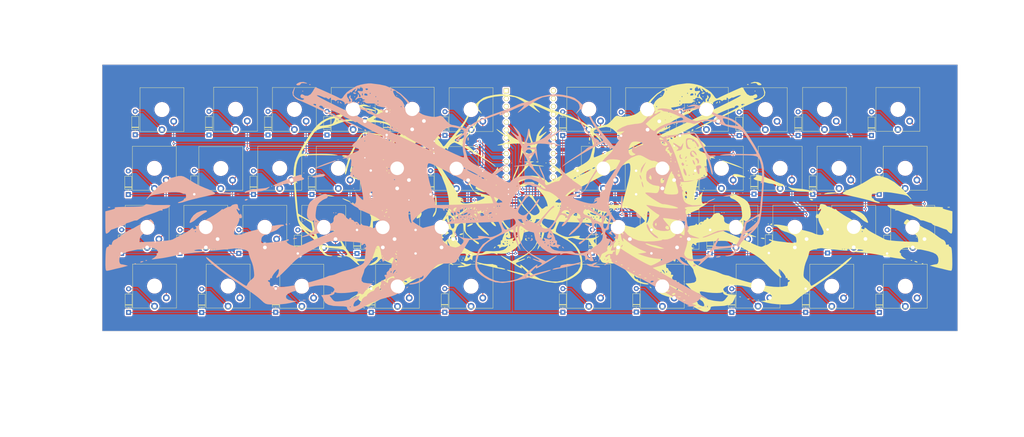
<source format=kicad_pcb>
(kicad_pcb (version 20221018) (generator pcbnew)
  (layers (0 "F.Cu" signal) (31 "B.Cu" signal) (34 "B.Paste" user) (35 "F.Paste" user) (36 "B.SilkS" user "B.Silkscreen") (37 "F.SilkS" user "F.Silkscreen") (38 "B.Mask" user) (39 "F.Mask" user) (44 "Edge.Cuts" user))
  (net 0 "")
  (net 1 "R0")
  (net 2 "Net-(D1-A)")
  (net 3 "R1")
  (net 4 "Net-(D2-A)")
  (net 5 "R2")
  (net 6 "Net-(D3-A)")
  (net 7 "R3")
  (net 8 "Net-(D4-A)")
  (net 9 "C0")
  (net 10 "Net-(D5-A)")
  (net 11 "C1")
  (net 12 "Net-(D6-A)")
  (net 13 "C2")
  (net 14 "Net-(D7-A)")
  (net 15 "C3")
  (net 16 "Net-(D8-A)")
  (net 17 "C4")
  (net 18 "Net-(D9-A)")
  (net 19 "C5")
  (net 20 "Net-(D10-A)")
  (net 21 "C6")
  (net 22 "Net-(D11-A)")
  (net 23 "C7")
  (net 24 "Net-(D12-A)")
  (net 25 "C8")
  (net 26 "Net-(D13-A)")
  (net 27 "C9")
  (net 28 "Net-(D14-A)")
  (net 29 "C10")
  (net 30 "Net-(D15-A)")
  (net 31 "C11")
  (net 32 "Net-(D16-A)")
  (net 33 "Net-(D17-A)")
  (net 34 "Net-(D18-A)")
  (net 35 "Net-(D19-A)")
  (net 36 "Net-(D20-A)")
  (net 37 "Net-(D21-A)")
  (net 38 "Net-(D22-A)")
  (net 39 "Net-(D23-A)")
  (net 40 "Net-(D24-A)")
  (net 41 "Net-(D25-A)")
  (net 42 "Net-(D26-A)")
  (net 43 "Net-(D27-A)")
  (net 44 "Net-(D28-A)")
  (net 45 "Net-(D29-A)")
  (net 46 "Net-(D30-A)")
  (net 47 "Net-(D31-A)")
  (net 48 "Net-(D32-A)")
  (net 49 "Net-(D33-A)")
  (net 50 "Net-(D34-A)")
  (net 51 "Net-(D35-A)")
  (net 52 "Net-(D36-A)")
  (net 53 "Net-(D37-A)")
  (net 54 "Net-(D38-A)")
  (net 55 "Net-(D39-A)")
  (net 56 "Net-(D40-A)")
  (net 57 "Net-(D41-A)")
  (net 58 "Net-(D42-A)")
  (net 59 "Net-(D43-A)")
  (net 60 "Net-(D44-A)")
  (net 69 "Net-(D45-A)")
  (net 70 "Net-(D46-A)")
  (footprint "ProjectLocal:SW_Redragon_LowProfile_PCB_1.00u" (layer "F.Cu") (at 87.5 77.7)
    (fp_text reference "SW16" hide)
    (fp_text value "SW_Push")
  )
  (footprint "ProjectLocal:SW_Redragon_LowProfile_PCB_1.00u" (layer "F.Cu") (at 249.5 77.7)
    (fp_text reference "SW23" hide)
    (fp_text value "SW_Push")
  )
  (footprint "Diode_THT:D_DO-35_SOD27_P7.62mm_Horizontal" (layer "F.Cu") (at 260 67.05 90)
    (fp_text reference "D12" hide)
    (fp_text value "1N914")
  )
  (footprint "ProjectLocal:SW_Redragon_LowProfile_PCB_1.00u" (layer "F.Cu") (at 270.95 115.85)
    (fp_text reference "SW44" hide)
    (fp_text value "SW_Push")
  )
  (footprint "Diode_THT:D_DO-35_SOD27_P7.62mm_Horizontal" (layer "F.Cu") (at 45.65 66.91 90)
    (fp_text reference "D2" hide)
    (fp_text value "1N914")
  )
  (footprint "ProjectLocal:SW_Redragon_LowProfile_PCB_1.00u" (layer "F.Cu") (at 230.45 77.7)
    (fp_text reference "SW22" hide)
    (fp_text value "SW_Push")
  )
  (footprint "Diode_THT:D_DO-35_SOD27_P7.62mm_Horizontal" (layer "F.Cu") (at 241 86.1 90)
    (fp_text reference "D23" hide)
    (fp_text value "1N914")
  )
  (footprint "Diode_THT:D_DO-35_SOD27_P7.62mm_Horizontal" (layer "F.Cu") (at 83.85 66.91 90)
    (fp_text reference "D4" hide)
    (fp_text value "1N914")
  )
  (footprint "Diode_THT:D_DO-35_SOD27_P7.62mm_Horizontal" (layer "F.Cu") (at 217.2 67.1 90)
    (fp_text reference "D10" hide)
    (fp_text value "1N914")
  )
  (footprint "Diode_THT:D_DO-35_SOD27_P7.62mm_Horizontal" (layer "F.Cu") (at 112.5 105.26 90)
    (fp_text reference "D30" hide)
    (fp_text value "1N914")
  )
  (footprint "Diode_THT:D_DO-35_SOD27_P7.62mm_Horizontal" (layer "F.Cu") (at 98 86.05 90)
    (fp_text reference "D17" hide)
    (fp_text value "1N914")
  )
  (footprint "ProjectLocal:SW_Redragon_LowProfile_PCB_1.00u" (layer "F.Cu") (at 225.65 58.7)
    (fp_text reference "SW10" hide)
    (fp_text value "SW_Push")
  )
  (footprint "Diode_THT:D_DO-35_SOD27_P7.62mm_Horizontal" (layer "F.Cu") (at 245.8 105.11 90)
    (fp_text reference "D35" hide)
    (fp_text value "1N914")
  )
  (footprint "Diode_THT:D_DO-35_SOD27_P7.62mm_Horizontal" (layer "F.Cu") (at 265.05 105.26 90)
    (fp_text reference "D36" hide)
    (fp_text value "1N914")
  )
  (footprint "Diode_THT:D_DO-35_SOD27_P7.62mm_Horizontal" (layer "F.Cu") (at 93.55 105.26 90)
    (fp_text reference "D29" hide)
    (fp_text value "1N914")
  )
  (footprint "ProjectLocal:SW_Redragon_LowProfile_PCB_1.00u" (layer "F.Cu") (at 235.2 96.8)
    (fp_text reference "SW34" hide)
    (fp_text value "SW_Push")
  )
  (footprint "Diode_THT:D_DO-35_SOD27_P7.62mm_Horizontal" (layer "F.Cu") (at 55.3 105.21 90)
    (fp_text reference "D27" hide)
    (fp_text value "1N914")
  )
  (footprint "ProjectLocal:SW_Redragon_LowProfile_PCB_1.00u" (layer "F.Cu") (at 111.4 58.6)
    (fp_text reference "SW5" hide)
    (fp_text value "SW_Push")
  )
  (footprint "ProjectLocal:SW_Redragon_LowProfile_PCB_1.00u" (layer "F.Cu") (at 25.65 96.8)
    (fp_text reference "SW25" hide)
    (fp_text value "SW_Push")
  )
  (footprint "ProjectLocal:SW_Redragon_LowProfile_PCB_1.00u" (layer "F.Cu") (at 28.05 115.8)
    (fp_text reference "SW37" hide)
    (fp_text value "SW_Push")
  )
  (footprint "Diode_THT:D_DO-35_SOD27_P7.62mm_Horizontal" (layer "F.Cu") (at 74.4 105.26 90)
    (fp_text reference "D28" hide)
    (fp_text value "1N914")
  )
  (footprint "ProjectLocal:SW_Redragon_LowProfile_PCB_1.00u" (layer "F.Cu") (at 106.65 115.85)
    (fp_text reference "SW40" hide)
    (fp_text value "SW_Push")
  )
  (footprint "Diode_THT:D_DO-35_SOD27_P7.62mm_Horizontal" (layer "F.Cu") (at 117.35 86.11 90)
    (fp_text reference "D18" hide)
    (fp_text value "1N914")
  )
  (footprint "ProjectLocal:SW_Redragon_LowProfile_PCB_1.00u" (layer "F.Cu") (at 173.25 77.7)
    (fp_text reference "SW19" hide)
    (fp_text value "SW_Push")
  )
  (footprint "ProjectLocal:SW_Redragon_LowProfile_PCB_1.00u" (layer "F.Cu") (at 211.45 77.7)
    (fp_text reference "SW21" hide)
    (fp_text value "SW_Push")
  )
  (footprint "ProjectLocal:SW_Redragon_LowProfile_PCB_1.00u" (layer "F.Cu") (at 106.55 77.7)
    (fp_text reference "SW17" hide)
    (fp_text value "SW_Push")
  )
  (footprint "Diode_THT:D_DO-35_SOD27_P7.62mm_Horizontal" (layer "F.Cu") (at 19.55 86.2 90)
    (fp_text reference "D13" hide)
    (fp_text value "1N914")
  )
  (footprint "Diode_THT:D_DO-35_SOD27_P7.62mm_Horizontal" (layer "F.Cu") (at 36.3 105.26 90)
    (fp_text reference "D26" hide)
    (fp_text value "1N914")
  )
  (footprint "Diode_THT:D_DO-35_SOD27_P7.62mm_Horizontal" (layer "F.Cu") (at 43.3 124.36 90)
    (fp_text reference "D38" hide)
    (fp_text value "1N914")
  )
  (footprint "ProjectLocal:SW_Redragon_LowProfile_PCB_1.00u" (layer "F.Cu") (at 63.75 96.8)
    (fp_text reference "SW27" hide)
    (fp_text value "SW_Push")
  )
  (footprint "ProjectLocal:SW_Redragon_LowProfile_PCB_1.00u" (layer "F.Cu") (at 120.9 96.8)
    (fp_text reference "SW30" hide)
    (fp_text value "SW_Push")
  )
  (footprint "Diode_THT:D_DO-35_SOD27_P7.62mm_Horizontal" (layer "F.Cu") (at 164.9 86.11 90)
    (fp_text reference "D19" hide)
    (fp_text value "1N914")
  )
  (footprint "ProjectLocal:SW_Redragon_LowProfile_PCB_1.00u" (layer "F.Cu") (at 247.15 115.85)
    (fp_text reference "SW43" hide)
    (fp_text value "SW_Push")
  )
  (footprint "ProjectLocal:SW_Redragon_LowProfile_PCB_1.00u" (layer "F.Cu") (at 49.5 77.75)
    (fp_text reference "SW14" hide)
    (fp_text value "SW_Push")
  )
  (footprint "Diode_THT:D_DO-35_SOD27_P7.62mm_Horizontal" (layer "F.Cu") (at 207.8 105.26 90)
    (fp_text reference "D33" hide)
    (fp_text value "1N914")
  )
  (footprint "ProjectLocal:SW_Redragon_LowProfile_PCB_1.00u" (layer "F.Cu") (at 28 77.7)
    (fp_text reference "SW13" hide)
    (fp_text value "SW_Push")
  )
  (footprint "ProjectLocal:SW_Redragon_LowProfile_PCB_1.00u" (layer "F.Cu") (at 216.15 96.8)
    (fp_text reference "SW33" hide)
    (fp_text value "SW_Push")
  )
  (footprint "Diode_THT:D_DO-35_SOD27_P7.62mm_Horizontal" (layer "F.Cu") (at 202.95 86.11 90)
    (fp_text reference "D21" hide)
    (fp_text value "1N914")
  )
  (footprint "Diode_THT:D_DO-35_SOD27_P7.62mm_Horizontal" (layer "F.Cu") (at 67.25 124.26 90)
    (fp_text reference "D39" hide)
    (fp_text value "1N914")
  )
  (footprint "Diode_THT:D_DO-35_SOD27_P7.62mm_Horizontal" (layer "F.Cu") (at 214.8 124.3 90)
    (fp_text reference "D42" hide)
    (fp_text value "1N914")
  )
  (footprint "Diode_THT:D_DO-35_SOD27_P7.62mm_Horizontal" (layer "F.Cu") (at 262.55 124.32 90)
    (fp_text reference "D44" hide)
    (fp_text value "1N914")
  )
  (footprint "Diode_THT:D_DO-35_SOD27_P7.62mm_Horizontal" (layer "F.Cu") (at 60.05 86.16 90)
    (fp_text reference "D15" hide)
    (fp_text value "1N914")
  )
  (footprint "Diode_THT:D_DO-35_SOD27_P7.62mm_Horizontal" (layer "F.Cu") (at 236.25 67.05 90)
    (fp_text reference "D11" hide)
    (fp_text value "1N914")
  )
  (footprint "Diode_THT:D_DO-35_SOD27_P7.62mm_Horizontal" (layer "F.Cu") (at 19.65 124.31 90)
    (fp_text reference "D37" hide)
    (fp_text value "1N914")
  )
  (footprint "Diode_THT:D_DO-35_SOD27_P7.62mm_Horizontal" (layer "F.Cu") (at 103.15 66.91 90)
    (fp_text reference "D5" hide)
    (fp_text value "1N914")
  )
  (footprint "ProjectLocal:SW_Redragon_LowProfile_PCB_1.00u" (layer "F.Cu") (at 101.9 96.8)
    (fp_text reference "SW29" hide)
    (fp_text value "SW_Push")
  )
  (footprint "Diode_THT:D_DO-35_SOD27_P7.62mm_Horizontal" (layer "F.Cu") (at 64.75 66.91 90)
    (fp_text reference "D3" hide)
    (fp_text value "1N914")
  )
  (footprint "ProjectLocal:SW_Redragon_LowProfile_PCB_1.00u" (layer "F.Cu") (at 73.3 58.65)
    (fp_text reference "SW3" hide)
    (fp_text value "SW_Push")
  )
  (footprint "ProjectLocal:SW_Redragon_LowProfile_PCB_1.00u" (layer "F.Cu") (at 92.3 58.65)
    (fp_text reference "SW4" hide)
    (fp_text value "SW_Push")
  )
  (footprint "Diode_THT:D_DO-35_SOD27_P7.62mm_Horizontal" (layer "F.Cu") (at 122 67.01 90)
    (fp_text reference "D6" hide)
    (fp_text value "1N914")
  )
  (footprint "Diode_THT:D_DO-35_SOD27_P7.62mm_Horizontal" (layer "F.Cu") (at 40.9 86.1 90)
    (fp_text reference "D14" hide)
    (fp_text value "1N914")
  )
  (footprint "Diode_THT:D_DO-35_SOD27_P7.62mm_Horizontal" (layer "F.Cu") (at 169.65 105.15 90)
    (fp_text reference "D31" hide)
    (fp_text value "1N914")
  )
  (footprint "ProjectLocal:SW_Redragon_LowProfile_PCB_1.00u" (layer "F.Cu") (at 68.55 77.7)
    (fp_text reference "SW15" hide)
    (fp_text value "SW_Push")
  )
  (footprint "ProjectLocal:SW_Redragon_LowProfile_PCB_1.00u" (layer "F.Cu") (at 130.45 58.7)
    (fp_text reference "SW6" hide)
    (fp_text value "SW_Push")
  )
  (footprint "Diode_THT:D_DO-35_SOD27_P7.62mm_Horizontal" (layer "F.Cu") (at 160.1 67.06 90)
    (fp_text reference "D7" hide)
    (fp_text value "1N914")
  )
  (footprint "Diode_THT:D_DO-35_SOD27_P7.62mm_Horizontal" (layer "F.Cu") (at 183.9 124.21 90)
    (fp_text reference "D41" hide)
    (fp_text value "1N914")
  )
  (footprint "ProjectLocal:SW_Redragon_LowProfile_PCB_1.00u" (layer "F.Cu") (at 125.7 77.75)
    (fp_text reference "SW18" hide)
    (fp_text value "SW_Push")
  )
  (footprint "Diode_THT:D_DO-35_SOD27_P7.62mm_Horizontal" (layer "F.Cu") (at 226.8 105.11 90)
    (fp_text reference "D34" hide)
    (fp_text value "1N914")
  )
  (footprint "ProjectLocal:SW_Redragon_LowProfile_PCB_1.00u" (layer "F.Cu") (at 223.3 115.8)
    (fp_text reference "SW42" hide)
    (fp_text value "SW_Push")
  )
  (footprint "Diode_THT:D_DO-35_SOD27_P7.62mm_Horizontal" (layer "F.Cu") (at 188.8 105.21 90)
    (fp_text reference "D32" hide)
    (fp_text value "1N914")
  )
  (footprint "ProjectLocal:SW_Redragon_LowProfile_PCB_1.00u" (layer "F.Cu") (at 51.85 115.8)
    (fp_text reference "SW38" hide)
    (fp_text value "SW_Push")
  )
  (footprint "Diode_THT:D_DO-35_SOD27_P7.62mm_Horizontal" (layer "F.Cu") (at 183.85 86.11 90)
    (fp_text reference "D20" hide)
    (fp_text value "1N914")
  )
  (footprint "ProjectLocal:SW_Redragon_LowProfile_PCB_1.00u" (layer "F.Cu") (at 273.35 96.8)
    (fp_text reference "SW36" hide)
    (fp_text value "SW_Push")
  )
  (footprint "ProjectLocal:SW_Redragon_LowProfile_PCB_1.00u" (layer "F.Cu") (at 268.55 58.65)
    (fp_text reference "SW12" hide)
    (fp_text value "SW_Push")
  )
  (footprint "ProjectLocal:SW_Redragon_LowProfile_PCB_1.00u" (layer "F.Cu") (at 54.25 58.6)
    (fp_text reference "SW2" hide)
    (fp_text value "SW_Push")
  )
  (footprint "promicro:ProMicro" (layer "F.Cu") (at 149.45 66.57 -90)
    (fp_text reference "U1" hide)
    (fp_text value "ProMicro_custom")
  )
  (footprint "ProjectLocal:SW_Redragon_LowProfile_PCB_1.00u" (layer "F.Cu") (at 130.45 115.85)
    (fp_text reference "SW45" hide)
    (fp_text value "SW_Push")
  )
  (footprint "ProjectLocal:SW_Redragon_LowProfile_PCB_1.00u" (layer "F.Cu") (at 206.6 58.65)
    (fp_text reference "SW9" hide)
    (fp_text value "SW_Push")
  )
  (footprint "Diode_THT:D_DO-35_SOD27_P7.62mm_Horizontal" (layer "F.Cu") (at 198 67.16 90)
    (fp_text reference "D9" hide)
    (fp_text value "1N914")
  )
  (footprint "ProjectLocal:SW_Redragon_LowProfile_PCB_1.00u" (layer "F.Cu") (at 44.65 96.8)
    (fp_text reference "SW26" hide)
    (fp_text value "SW_Push")
  )
  (footprint "Diode_THT:D_DO-35_SOD27_P7.62mm_Horizontal" (layer "F.Cu") (at 222 86.05 90)
    (fp_text reference "D22" hide)
    (fp_text value "1N914")
  )
  (footprint "Diode_THT:D_DO-35_SOD27_P7.62mm_Horizontal" (layer "F.Cu") (at 21.8 66.86 90)
    (fp_text reference "D1" hide)
    (fp_text value "1N914")
  )
  (footprint "ProjectLocal:SW_Redragon_LowProfile_PCB_1.00u" (layer "F.Cu") (at 197.1 96.8)
    (fp_text reference "SW32" hide)
    (fp_text value "SW_Push")
  )
  (footprint "Diode_THT:D_DO-35_SOD27_P7.62mm_Horizontal" (layer "F.Cu") (at 17.4 105.21 90)
    (fp_text reference "D25" hide)
    (fp_text value "1N914")
  )
  (footprint "ProjectLocal:SW_Redragon_LowProfile_PCB_1.00u" (layer "F.Cu") (at 254.25 96.75)
    (fp_text reference "SW35" hide)
    (fp_text value "SW_Push")
  )
  (footprint "ProjectLocal:SW_Redragon_LowProfile_PCB_1.00u" (layer "F.Cu") (at 192.35 77.7)
    (fp_text reference "SW20" hide)
    (fp_text value "SW_Push")
  )
  (footprint "ProjectLocal:SW_Redragon_LowProfile_PCB_1.00u" (layer "F.Cu") (at 168.55 115.85)
    (fp_text reference "SW46" hide)
    (fp_text value "SW_Push")
  )
  (footprint "Diode_THT:D_DO-35_SOD27_P7.62mm_Horizontal" (layer "F.Cu") (at 98.15 124.31 90)
    (fp_text reference "D40" hide)
    (fp_text value "1N914")
  )
  (footprint "ProjectLocal:SW_Redragon_LowProfile_PCB_1.00u" (layer "F.Cu") (at 75.7 115.85)
    (fp_text reference "SW39" hide)
    (fp_text value "SW_Push")
  )
  (footprint "Diode_THT:D_DO-35_SOD27_P7.62mm_Horizontal" (layer "F.Cu") (at 78.95 86.16 90)
    (fp_text reference "D16" hide)
    (fp_text value "1N914")
  )
  (footprint "Diode_THT:D_DO-35_SOD27_P7.62mm_Horizontal" (layer "F.Cu") (at 238.7 124.27 90)
    (fp_text reference "D43" hide)
    (fp_text value "1N914")
  )
  (footprint "ProjectLocal:SW_Redragon_LowProfile_PCB_1.00u" (layer "F.Cu") (at 30.45 58.7)
    (fp_text reference "SW1" hide)
    (fp_text value "SW_Push")
  )
  (footprint "ProjectLocal:SW_Redragon_LowProfile_PCB_1.00u" (layer "F.Cu") (at 270.9 77.7)
    (fp_text reference "SW24" hide)
    (fp_text value "SW_Push")
  )
  (footprint "Diode_THT:D_DO-35_SOD27_P7.62mm_Horizontal" (layer "F.Cu") (at 262.5 86.1 90)
    (fp_text reference "D24" hide)
    (fp_text value "1N914")
  )
  (footprint "Diode_THT:D_DO-35_SOD27_P7.62mm_Horizontal" (layer "F.Cu") (at 160.15 124.25 90)
    (fp_text reference "D46" hide)
    (fp_text value "1N914")
  )
  (footprint "LOGO" (layer "F.Cu") (at 178.85 83.3 90)
    (fp_text reference "G***" hide)
    (fp_text value "LOGO" hide)
  )
  (footprint "ProjectLocal:SW_Redragon_LowProfile_PCB_1.00u" (layer "F.Cu") (at 187.55 58.7)
    (fp_text reference "SW8" hide)
    (fp_text value "SW_Push")
  )
  (footprint "ProjectLocal:SW_Redragon_LowProfile_PCB_1.00u" (layer "F.Cu") (at 192.35 115.85)
    (fp_text reference "SW41" hide)
    (fp_text value "SW_Push")
  )
  (footprint "ProjectLocal:SW_Redragon_LowProfile_PCB_1.00u" (layer "F.Cu") (at 168.55 58.6)
    (fp_text reference "SW7" hide)
    (fp_text value "SW_Push")
  )
  (footprint "Diode_THT:D_DO-35_SOD27_P7.62mm_Horizontal" (layer "F.Cu") (at 121.95 124.25 90)
    (fp_text reference "D45" hide)
    (fp_text value "1N914")
  )
  (footprint "ProjectLocal:SW_Redragon_LowProfile_PCB_1.00u" (layer "F.Cu") (at 244.8 58.65)
    (fp_text reference "SW11" hide)
    (fp_text value "SW_Push")
  )
  (footprint "ProjectLocal:SW_Redragon_LowProfile_PCB_1.00u" (layer "F.Cu") (at 178.05 96.8)
    (fp_text reference "SW31" hide)
    (fp_text value "SW_Push")
  )
  (footprint "ProjectLocal:SW_Redragon_LowProfile_PCB_1.00u" (layer "F.Cu") (at 82.8 96.8)
    (fp_text reference "SW28" hide)
    (fp_text value "SW_Push")
  )
  (footprint "Diode_THT:D_DO-35_SOD27_P7.62mm_Horizontal" (layer "F.Cu") (at 179 67.16 90)
    (fp_text reference "D8" hide)
    (fp_text value "1N914")
  )
  (footprint "LOGO" (layer "B.Cu") (at 119.454691 83.326624 90)
    (fp_text reference "G***" hide)
    (fp_text value "LOGO" hide)
  )
  (gr_rect (start 11.15 44.15) (end 287.85 130.35) (stroke (width 0.1)) (fill none) (layer "Edge.Cuts"))
  (segment (start 142.55 84.45) (end 147.15 84.45) (width 0.25) (layer "F.Cu") (net 1))
  (via (at 142.55 84.45) (size 0.8) (drill 0.4) (layers "F.Cu" "B.Cu") (net 1))
  (via (at 147.15 84.45) (size 0.8) (drill 0.4) (layers "F.Cu" "B.Cu") (net 1))
  (segment (start 236.25 67.05) (end 260 67.05) (width 0.25) (layer "B.Cu") (net 1))
  (segment (start 198 67.16) (end 217.14 67.16) (width 0.25) (layer "B.Cu") (net 1))
  (segment (start 83.85 66.91) (end 103.15 66.91) (width 0.25) (layer "B.Cu") (net 1))
  (segment (start 21.8 66.86) (end 45.6 66.86) (width 0.25) (layer "B.Cu") (net 1))
  (segment (start 125.11 67.01) (end 142.55 84.45) (width 0.25) (layer "B.Cu") (net 1))
  (segment (start 179 67.16) (end 198 67.16) (width 0.25) (layer "B.Cu") (net 1))
  (segment (start 103.15 66.91) (end 121.9 66.91) (width 0.25) (layer "B.Cu") (net 1))
  (segment (start 121.9 66.91) (end 122 67.01) (width 0.25) (layer "B.Cu") (net 1))
  (segment (start 122 67.01) (end 125.11 67.01) (width 0.25) (layer "B.Cu") (net 1))
  (segment (start 178.9 67.06) (end 179 67.16) (width 0.25) (layer "B.Cu") (net 1))
  (segment (start 45.6 66.86) (end 45.65 66.91) (width 0.25) (layer "B.Cu") (net 1))
  (segment (start 236.2 67.1) (end 236.25 67.05) (width 0.25) (layer "B.Cu") (net 1))
  (segment (start 217.2 67.1) (end 236.2 67.1) (width 0.25) (layer "B.Cu") (net 1))
  (segment (start 64.75 66.91) (end 83.85 66.91) (width 0.25) (layer "B.Cu") (net 1))
  (segment (start 156.6 84.45) (end 160.1 80.95) (width 0.25) (layer "B.Cu") (net 1))
  (segment (start 217.14 67.16) (end 217.2 67.1) (width 0.25) (layer "B.Cu") (net 1))
  (segment (start 45.65 66.91) (end 64.75 66.91) (width 0.25) (layer "B.Cu") (net 1))
  (segment (start 147.15 84.45) (end 156.6 84.45) (width 0.25) (layer "B.Cu") (net 1))
  (segment (start 160.1 80.95) (end 160.1 67.06) (width 0.25) (layer "B.Cu") (net 1))
  (segment (start 141.83 62.76) (end 147.15 68.08) (width 0.25) (layer "B.Cu") (net 1))
  (segment (start 160.1 67.06) (end 178.9 67.06) (width 0.25) (layer "B.Cu") (net 1))
  (segment (start 147.15 68.08) (end 147.15 84.45) (width 0.25) (layer "B.Cu") (net 1))
  (segment (start 21.8 59.24) (end 24.49 59.24) (width 0.25) (layer "B.Cu") (net 2))
  (segment (start 24.49 59.24) (end 30.45 65.2) (width 0.25) (layer "B.Cu") (net 2))
  (segment (start 142.55 86.1) (end 145.85 86.1) (width 0.25) (layer "F.Cu") (net 3))
  (via (at 145.85 86.1) (size 0.8) (drill 0.4) (layers "F.Cu" "B.Cu") (net 3))
  (via (at 142.55 86.1) (size 0.8) (drill 0.4) (layers "F.Cu" "B.Cu") (net 3))
  (segment (start 40.8 86.2) (end 40.9 86.1) (width 0.25) (layer "B.Cu") (net 3))
  (segment (start 145.85 86.1) (end 145.86 86.11) (width 0.25) (layer "B.Cu") (net 3))
  (segment (start 97.89 86.16) (end 98 86.05) (width 0.25) (layer "B.Cu") (net 3))
  (segment (start 145.85 69.32) (end 145.85 86.1) (width 0.25) (layer "B.Cu") (net 3))
  (segment (start 202.95 86.11) (end 221.94 86.11) (width 0.25) (layer "B.Cu") (net 3))
  (segment (start 164.9 86.11) (end 183.85 86.11) (width 0.25) (layer "B.Cu") (net 3))
  (segment (start 222 86.05) (end 240.95 86.05) (width 0.25) (layer "B.Cu") (net 3))
  (segment (start 221.94 86.11) (end 222 86.05) (width 0.25) (layer "B.Cu") (net 3))
  (segment (start 78.95 86.16) (end 97.89 86.16) (width 0.25) (layer "B.Cu") (net 3))
  (segment (start 183.85 86.11) (end 202.95 86.11) (width 0.25) (layer "B.Cu") (net 3))
  (segment (start 40.9 86.1) (end 59.99 86.1) (width 0.25) (layer "B.Cu") (net 3))
  (segment (start 145.86 86.11) (end 164.9 86.11) (width 0.25) (layer "B.Cu") (net 3))
  (segment (start 141.83 65.3) (end 145.85 69.32) (width 0.25) (layer "B.Cu") (net 3))
  (segment (start 241 86.1) (end 262.5 86.1) (width 0.25) (layer "B.Cu") (net 3))
  (segment (start 117.35 86.11) (end 142.54 86.11) (width 0.25) (layer "B.Cu") (net 3))
  (segment (start 98 86.05) (end 117.29 86.05) (width 0.25) (layer "B.Cu") (net 3))
  (segment (start 240.95 86.05) (end 241 86.1) (width 0.25) (layer "B.Cu") (net 3))
  (segment (start 19.55 86.2) (end 40.8 86.2) (width 0.25) (layer "B.Cu") (net 3))
  (segment (start 142.54 86.11) (end 142.55 86.1) (width 0.25) (layer "B.Cu") (net 3))
  (segment (start 117.29 86.05) (end 117.35 86.11) (width 0.25) (layer "B.Cu") (net 3))
  (segment (start 60.05 86.16) (end 78.95 86.16) (width 0.25) (layer "B.Cu") (net 3))
  (segment (start 59.99 86.1) (end 60.05 86.16) (width 0.25) (layer "B.Cu") (net 3))
  (segment (start 48.44 59.29) (end 54.25 65.1) (width 0.25) (layer "B.Cu") (net 4))
  (segment (start 45.65 59.29) (end 48.44 59.29) (width 0.25) (layer "B.Cu") (net 4))
  (segment (start 142.65 105.25) (end 144.8 105.25) (width 0.25) (layer "F.Cu") (net 5))
  (via (at 144.8 105.25) (size 0.8) (drill 0.4) (layers "F.Cu" "B.Cu") (net 5))
  (via (at 142.65 105.25) (size 0.8) (drill 0.4) (layers "F.Cu" "B.Cu") (net 5))
  (segment (start 188.74 105.15) (end 188.8 105.21) (width 0.25) (layer "B.Cu") (net 5))
  (segment (start 144.9 105.15) (end 169.65 105.15) (width 0.25) (layer "B.Cu") (net 5))
  (segment (start 226.8 105.11) (end 245.8 105.11) (width 0.25) (layer "B.Cu") (net 5))
  (segment (start 142.64 105.26) (end 142.65 105.25) (width 0.25) (layer "B.Cu") (net 5))
  (segment (start 36.25 105.21) (end 36.3 105.26) (width 0.25) (layer "B.Cu") (net 5))
  (segment (start 74.35 105.21) (end 74.4 105.26) (width 0.25) (layer "B.Cu") (net 5))
  (segment (start 144.8 70.81) (end 144.8 105.25) (width 0.25) (layer "B.Cu") (net 5))
  (segment (start 112.5 105.26) (end 142.64 105.26) (width 0.25) (layer "B.Cu") (net 5))
  (segment (start 226.65 105.26) (end 226.8 105.11) (width 0.25) (layer "B.Cu") (net 5))
  (segment (start 188.8 105.21) (end 207.75 105.21) (width 0.25) (layer "B.Cu") (net 5))
  (segment (start 93.55 105.26) (end 112.5 105.26) (width 0.25) (layer "B.Cu") (net 5))
  (segment (start 36.3 105.26) (end 55.25 105.26) (width 0.25) (layer "B.Cu") (net 5))
  (segment (start 207.8 105.26) (end 226.65 105.26) (width 0.25) (layer "B.Cu") (net 5))
  (segment (start 207.75 105.21) (end 207.8 105.26) (width 0.25) (layer "B.Cu") (net 5))
  (segment (start 264.9 105.11) (end 265.05 105.26) (width 0.25) (layer "B.Cu") (net 5))
  (segment (start 55.25 105.26) (end 55.3 105.21) (width 0.25) (layer "B.Cu") (net 5))
  (segment (start 245.8 105.11) (end 264.9 105.11) (width 0.25) (layer "B.Cu") (net 5))
  (segment (start 169.65 105.15) (end 188.74 105.15) (width 0.25) (layer "B.Cu") (net 5))
  (segment (start 17.4 105.21) (end 36.25 105.21) (width 0.25) (layer "B.Cu") (net 5))
  (segment (start 144.8 105.25) (end 144.9 105.15) (width 0.25) (layer "B.Cu") (net 5))
  (segment (start 74.4 105.26) (end 93.55 105.26) (width 0.25) (layer "B.Cu") (net 5))
  (segment (start 141.83 67.84) (end 144.8 70.81) (width 0.25) (layer "B.Cu") (net 5))
  (segment (start 55.3 105.21) (end 74.35 105.21) (width 0.25) (layer "B.Cu") (net 5))
  (segment (start 67.44 59.29) (end 73.3 65.15) (width 0.25) (layer "B.Cu") (net 6))
  (segment (start 64.75 59.29) (end 67.44 59.29) (width 0.25) (layer "B.Cu") (net 6))
  (segment (start 67.25 124.26) (end 98.1 124.26) (width 0.25) (layer "B.Cu") (net 7))
  (segment (start 214.8 124.3) (end 238.67 124.3) (width 0.25) (layer "B.Cu") (net 7))
  (segment (start 98.15 124.31) (end 121.89 124.31) (width 0.25) (layer "B.Cu") (net 7))
  (segment (start 238.67 124.3) (end 238.7 124.27) (width 0.25) (layer "B.Cu") (net 7))
  (segment (start 19.65 124.31) (end 43.25 124.31) (width 0.25) (layer "B.Cu") (net 7))
  (segment (start 143.85 124.25) (end 160.15 124.25) (width 0.25) (layer "B.Cu") (net 7))
  (segment (start 143.85 72.4) (end 143.85 124.25) (width 0.25) (layer "B.Cu") (net 7))
  (segment (start 67.15 124.36) (end 67.25 124.26) (width 0.25) (layer "B.Cu") (net 7))
  (segment (start 43.25 124.31) (end 43.3 124.36) (width 0.25) (layer "B.Cu") (net 7))
  (segment (start 183.9 124.21) (end 214.71 124.21) (width 0.25) (layer "B.Cu") (net 7))
  (segment (start 214.71 124.21) (end 214.8 124.3) (width 0.25) (layer "B.Cu") (net 7))
  (segment (start 262.5 124.27) (end 262.55 124.32) (width 0.25) (layer "B.Cu") (net 7))
  (segment (start 98.1 124.26) (end 98.15 124.31) (width 0.25) (layer "B.Cu") (net 7))
  (segment (start 121.89 124.31) (end 121.95 124.25) (width 0.25) (layer "B.Cu") (net 7))
  (segment (start 43.3 124.36) (end 67.15 124.36) (width 0.25) (layer "B.Cu") (net 7))
  (segment (start 238.7 124.27) (end 262.5 124.27) (width 0.25) (layer "B.Cu") (net 7))
  (segment (start 160.15 124.25) (end 183.86 124.25) (width 0.25) (layer "B.Cu") (net 7))
  (segment (start 121.95 124.25) (end 143.85 124.25) (width 0.25) (layer "B.Cu") (net 7))
  (segment (start 183.86 124.25) (end 183.9 124.21) (width 0.25) (layer "B.Cu") (net 7))
  (segment (start 141.83 70.38) (end 143.85 72.4) (width 0.25) (layer "B.Cu") (net 7))
  (segment (start 83.85 59.29) (end 86.44 59.29) (width 0.25) (layer "B.Cu") (net 8))
  (segment (start 86.44 59.29) (end 92.3 65.15) (width 0.25) (layer "B.Cu") (net 8))
  (segment (start 31.85 103) (end 31.85 119.6) (width 0.25) (layer "F.Cu") (net 9))
  (segment (start 29.45 100.6) (end 31.85 103) (width 0.25) (layer "F.Cu") (net 9))
  (segment (start 34.25 79.05) (end 31.8 81.5) (width 0.25) (layer "F.Cu") (net 9))
  (segment (start 133.15 68.9) (end 118.55 68.9) (width 0.25) (layer "F.Cu") (net 9))
  (segment (start 34.25 69.7) (end 34.25 79.05) (width 0.25) (layer "F.Cu") (net 9))
  (segment (start 31.8 81.5) (end 31.8 98.25) (width 0.25) (layer "F.Cu") (net 9))
  (segment (start 34.25 62.5) (end 34.25 69.7) (width 0.25) (layer "F.Cu") (net 9))
  (segment (start 31.8 98.25) (end 29.45 100.6) (width 0.25) (layer "F.Cu") (net 9))
  (via (at 133.15 68.9) (size 0.8) (drill 0.4) (layers "F.Cu" "B.Cu") (net 9))
  (via (at 34.25 69.7) (size 0.8) (drill 0.4) (layers "F.Cu" "B.Cu") (net 9))
  (via (at 118.55 68.9) (size 0.8) (drill 0.4) (layers "F.Cu" "B.Cu") (net 9))
  (segment (start 117.75 69.7) (end 34.25 69.7) (width 0.25) (layer "B.Cu") (net 9))
  (segment (start 141.83 72.92) (end 137.17 72.92) (width 0.25) (layer "B.Cu") (net 9))
  (segment (start 137.17 72.92) (end 133.15 68.9) (width 0.25) (layer "B.Cu") (net 9))
  (segment (start 118.55 68.9) (end 117.75 69.7) (width 0.25) (layer "B.Cu") (net 9))
  (segment (start 105.59 59.29) (end 111.4 65.1) (width 0.25) (layer "B.Cu") (net 10))
  (segment (start 103.15 59.29) (end 105.59 59.29) (width 0.25) (layer "B.Cu") (net 10))
  (segment (start 118.25 71.074695) (end 118.25 71.3) (width 0.25) (layer "F.Cu") (net 11))
  (segment (start 53.3 95.75) (end 53.3 81.55) (width 0.25) (layer "F.Cu") (net 11))
  (segment (start 58.05 76.8) (end 58.05 71.3) (width 0.25) (layer "F.Cu") (net 11))
  (segment (start 58.05 71.3) (end 58.05 62.4) (width 0.25) (layer "F.Cu") (net 11))
  (segment (start 53.3 81.55) (end 58.05 76.8) (width 0.25) (layer "F.Cu") (net 11))
  (segment (start 132.1 70.35) (end 118.974695 70.35) (width 0.25) (layer "F.Cu") (net 11))
  (segment (start 55.65 119.6) (end 55.65 107.8) (width 0.25) (layer "F.Cu") (net 11))
  (segment (start 48.45 100.6) (end 53.3 95.75) (width 0.25) (layer "F.Cu") (net 11))
  (segment (start 118.974695 70.35) (end 118.25 71.074695) (width 0.25) (layer "F.Cu") (net 11))
  (segment (start 55.65 107.8) (end 48.45 100.6) (width 0.25) (layer "F.Cu") (net 11))
  (via (at 132.1 70.35) (size 0.8) (drill 0.4) (layers "F.Cu" "B.Cu") (net 11))
  (via (at 118.25 71.3) (size 0.8) (drill 0.4) (layers "F.Cu" "B.Cu") (net 11))
  (via (at 58.05 71.3) (size 0.8) (drill 0.4) (layers "F.Cu" "B.Cu") (net 11))
  (segment (start 137.21 75.46) (end 132.1 70.35) (width 0.25) (layer "B.Cu") (net 11))
  (segment (start 141.83 75.46) (end 137.21 75.46) (width 0.25) (layer "B.Cu") (net 11))
  (segment (start 118.25 71.3) (end 58.05 71.3) (width 0.25) (layer "B.Cu") (net 11))
  (segment (start 124.64 59.39) (end 130.45 65.2) (width 0.25) (layer "B.Cu") (net 12))
  (segment (start 122 59.39) (end 124.64 59.39) (width 0.25) (layer "B.Cu") (net 12))
  (segment (start 77.1 76.75) (end 72.35 81.5) (width 0.25) (layer "F.Cu") (net 13))
  (segment (start 77 109.25) (end 79.5 111.75) (width 0.25) (layer "F.Cu") (net 13))
  (segment (start 72.35 81.5) (end 72.35 95.8) (width 0.25) (layer "F.Cu") (net 13))
  (segment (start 132.15 72.4) (end 118.95 72.4) (width 0.25) (layer "F.Cu") (net 13))
  (segment (start 77.1 62.45) (end 77.1 72.95) (width 0.25) (layer "F.Cu") (net 13))
  (segment (start 79.5 111.75) (end 79.5 119.65) (width 0.25) (layer "F.Cu") (net 13))
  (segment (start 118.95 72.4) (end 118.45 72.9) (width 0.25) (layer "F.Cu") (net 13))
  (segment (start 72.7416 109.25) (end 77 109.25) (width 0.25) (layer "F.Cu") (net 13))
  (segment (start 67.55 100.6) (end 67.55 104.15) (width 0.25) (layer "F.Cu") (net 13))
  (segment (start 72.35 95.8) (end 67.55 100.6) (width 0.25) (layer "F.Cu") (net 13))
  (segment (start 77.1 72.95) (end 77.1 76.75) (width 0.25) (layer "F.Cu") (net 13))
  (segment (start 67.55 104.15) (end 72.3 108.9) (width 0.25) (layer "F.Cu") (net 13))
  (segment (start 72.3 108.9) (end 72.3916 108.9) (width 0.25) (layer "F.Cu") (net 13))
  (segment (start 72.3916 108.9) (end 72.7416 109.25) (width 0.25) (layer "F.Cu") (net 13))
  (via (at 118.45 72.9) (size 0.8) (drill 0.4) (layers "F.Cu" "B.Cu") (net 13))
  (via (at 77.1 72.95) (size 0.8) (drill 0.4) (layers "F.Cu" "B.Cu") (net 13))
  (via (at 132.15 72.4) (size 0.8) (drill 0.4) (layers "F.Cu" "B.Cu") (net 13))
  (segment (start 77.15 72.9) (end 77.1 72.95) (width 0.25) (layer "B.Cu") (net 13))
  (segment (start 137.75 78) (end 132.15 72.4) (width 0.25) (layer "B.Cu") (net 13))
  (segment (start 141.83 78) (end 137.75 78) (width 0.25) (layer "B.Cu") (net 13))
  (segment (start 118.45 72.9) (end 77.15 72.9) (width 0.25) (layer "B.Cu") (net 13))
  (segment (start 160.1 59.44) (end 162.89 59.44) (width 0.25) (layer "B.Cu") (net 14))
  (segment (start 162.89 59.44) (end 168.55 65.1) (width 0.25) (layer "B.Cu") (net 14))
  (segment (start 96.1 76.7) (end 91.3 81.5) (width 0.25) (layer "F.Cu") (net 15))
  (segment (start 110.45 114.15) (end 110.45 119.65) (width 0.25) (layer "F.Cu") (net 15))
  (segment (start 106.15 109.85) (end 110.45 114.15) (width 0.25) (layer "F.Cu") (net 15))
  (segment (start 86.6 103.45) (end 93 109.85) (width 0.25) (layer "F.Cu") (net 15))
  (segment (start 136.14 80.54) (end 134.2 78.6) (width 0.25) (layer "F.Cu") (net 15))
  (segment (start 93 109.85) (end 106.15 109.85) (width 0.25) (layer "F.Cu") (net 15))
  (segment (start 96.1 74.3) (end 96.1 76.7) (width 0.25) (layer "F.Cu") (net 15))
  (segment (start 141.83 80.54) (end 136.14 80.54) (width 0.25) (layer "F.Cu") (net 15))
  (segment (start 91.3 95.9) (end 86.6 100.6) (width 0.25) (layer "F.Cu") (net 15))
  (segment (start 86.6 100.6) (end 86.6 103.45) (width 0.25) (layer "F.Cu") (net 15))
  (segment (start 96.1 62.45) (end 96.1 74.3) (width 0.25) (layer "F.Cu") (net 15))
  (segment (start 91.3 81.5) (end 91.3 95.9) (width 0.25) (layer "F.Cu") (net 15))
  (via (at 96.1 74.3) (size 0.8) (drill 0.4) (layers "F.Cu" "B.Cu") (net 15))
  (via (at 134.2 78.6) (size 0.8) (drill 0.4) (layers "F.Cu" "B.Cu") (net 15))
  (segment (start 129.9 74.3) (end 96.1 74.3) (width 0.25) (layer "B.Cu") (net 15))
  (segment (start 134.2 78.6) (end 129.9 74.3) (width 0.25) (layer "B.Cu") (net 15))
  (segment (start 181.89 59.54) (end 187.55 65.2) (width 0.25) (layer "B.Cu") (net 16))
  (segment (start 179 59.54) (end 181.89 59.54) (width 0.25) (layer "B.Cu") (net 16))
  (segment (start 110.35 81.5) (end 110.35 87.95) (width 0.25) (layer "F.Cu") (net 17))
  (segment (start 157.07 62.76) (end 153.84 62.76) (width 0.25) (layer "F.Cu") (net 17))
  (segment (start 110.35 87.95) (end 110.35 95.95) (width 0.25) (layer "F.Cu") (net 17))
  (segment (start 148.35 68.25) (end 148.35 86.2) (width 0.25) (layer "F.Cu") (net 17))
  (segment (start 115.2 76.65) (end 110.35 81.5) (width 0.25) (layer "F.Cu") (net 17))
  (segment (start 153.84 62.76) (end 148.35 68.25) (width 0.25) (layer "F.Cu") (net 17))
  (segment (start 148.35 86.2) (end 146.6 87.95) (width 0.25) (layer "F.Cu") (net 17))
  (segment (start 110.35 95.95) (end 105.7 100.6) (width 0.25) (layer "F.Cu") (net 17))
  (segment (start 146.6 87.95) (end 131.55 87.95) (width 0.25) (layer "F.Cu") (net 17))
  (segment (start 115.2 62.4) (end 115.2 76.65) (width 0.25) (layer "F.Cu") (net 17))
  (via (at 131.55 87.95) (size 0.8) (drill 0.4) (layers "F.Cu" "B.Cu") (net 17))
  (via (at 110.35 87.95) (size 0.8) (drill 0.4) (layers "F.Cu" "B.Cu") (net 17))
  (segment (start 131.55 87.95) (end 110.35 87.95) (width 0.25) (layer "B.Cu") (net 17))
  (segment (start 198 59.54) (end 200.99 59.54) (width 0.25) (layer "B.Cu") (net 18))
  (segment (start 200.99 59.54) (end 206.6 65.15) (width 0.25) (layer "B.Cu") (net 18))
  (segment (start 134.25 62.5) (end 134.25 76.8) (width 0.25) (layer "F.Cu") (net 19))
  (segment (start 149.3 69.05) (end 149.3 87.25) (width 0.25) (layer "F.Cu") (net 19))
  (segment (start 129.5 95.8) (end 124.7 100.6) (width 0.25) (layer "F.Cu") (net 19))
  (segment (start 146.7 89.85) (end 129.5 89.85) (width 0.25) (layer "F.Cu") (net 19))
  (segment (start 157.07 65.3) (end 153.05 65.3) (width 0.25) (layer "F.Cu") (net 19))
  (segment (start 149.3 87.25) (end 146.7 89.85) (width 0.25) (layer "F.Cu") (net 19))
  (segment (start 153.05 65.3) (end 149.3 69.05) (width 0.25) (layer "F.Cu") (net 19))
  (segment (start 134.25 76.8) (end 129.5 81.55) (width 0.25) (layer "F.Cu") (net 19))
  (segment (start 129.5 89.85) (end 129.5 95.8) (width 0.25) (layer "F.Cu") (net 19))
  (segment (start 129.5 81.55) (end 129.5 89.85) (width 0.25) (layer "F.Cu") (net 19))
  (segment (start 134.25 110.15) (end 134.25 119.65) (width 0.25) (layer "F.Cu") (net 19))
  (segment (start 124.7 100.6) (end 134.25 110.15) (width 0.25) (layer "F.Cu") (net 19))
  (segment (start 219.93 59.48) (end 225.65 65.2) (width 0.25) (layer "B.Cu") (net 20))
  (segment (start 217.2 59.48) (end 219.93 59.48) (width 0.25) (layer "B.Cu") (net 20))
  (segment (start 181.85 110.15) (end 172.35 119.65) (width 0.25) (layer "F.Cu") (net 21))
  (segment (start 157.93 68.7) (end 172.35 68.7) (width 0.25) (layer "F.Cu") (net 21))
  (segment (start 177.05 73.4) (end 177.05 81.5) (width 0.25) (layer "F.Cu") (net 21))
  (segment (start 177.05 81.5) (end 177.05 87.4) (width 0.25) (layer "F.Cu") (net 21))
  (segment (start 181.85 100.6) (end 181.85 110.15) (width 0.25) (layer "F.Cu") (net 21))
  (segment (start 172.35 62.4) (end 172.35 68.7) (width 0.25) (layer "F.Cu") (net 21))
  (segment (start 172.35 68.7) (end 177.05 73.4) (width 0.25) (layer "F.Cu") (net 21))
  (segment (start 157.07 67.84) (end 157.93 68.7) (width 0.25) (layer "F.Cu") (net 21))
  (segment (start 177.05 87.4) (end 181.85 92.2) (width 0.25) (layer "F.Cu") (net 21))
  (segment (start 181.85 92.2) (end 181.85 100.6) (width 0.25) (layer "F.Cu") (net 21))
  (segment (start 239.08 59.43) (end 244.8 65.15) (width 0.25) (layer "B.Cu") (net 22))
  (segment (start 236.25 59.43) (end 239.08 59.43) (width 0.25) (layer "B.Cu") (net 22))
  (segment (start 191.35 62.5) (end 191.35 64.055634) (width 0.25) (layer "F.Cu") (net 23))
  (segment (start 157.07 70.38) (end 171.62 70.38) (width 0.25) (layer "F.Cu") (net 23))
  (segment (start 196.15 86.4) (end 200.9 91.15) (width 0.25) (layer "F.Cu") (net 23))
  (segment (start 171.62 70.38) (end 171.65 70.35) (width 0.25) (layer "F.Cu") (net 23))
  (segment (start 200.9 91.15) (end 200.9 100.6) (width 0.25) (layer "F.Cu") (net 23))
  (segment (start 196.15 81.5) (end 196.15 86.4) (width 0.25) (layer "F.Cu") (net 23))
  (segment (start 196.15 68.855634) (end 196.15 70.45) (width 0.25) (layer "F.Cu") (net 23))
  (segment (start 196.15 70.45) (end 196.15 81.5) (width 0.25) (layer "F.Cu") (net 23))
  (segment (start 191.35 64.055634) (end 196.15 68.855634) (width 0.25) (layer "F.Cu") (net 23))
  (via (at 196.15 70.45) (size 0.8) (drill 0.4) (layers "F.Cu" "B.Cu") (net 23))
  (via (at 171.65 70.35) (size 0.8) (drill 0.4) (layers "F.Cu" "B.Cu") (net 23))
  (segment (start 171.65 70.35) (end 196.05 70.35) (width 0.25) (layer "B.Cu") (net 23))
  (segment (start 196.05 70.35) (end 196.15 70.45) (width 0.25) (layer "B.Cu") (net 23))
  (segment (start 262.83 59.43) (end 268.55 65.15) (width 0.25) (layer "B.Cu") (net 24))
  (segment (start 260 59.43) (end 262.83 59.43) (width 0.25) (layer "B.Cu") (net 24))
  (segment (start 215.25 67.3) (end 215.25 72.9) (width 0.25) (layer "F.Cu") (net 25))
  (segment (start 173.72 72.92) (end 173.75 72.95) (width 0.25) (layer "F.Cu") (net 25))
  (segment (start 215.25 86.2) (end 219.95 90.9) (width 0.25) (layer "F.Cu") (net 25))
  (segment (start 219.95 90.9) (end 219.95 100.6) (width 0.25) (layer "F.Cu") (net 25))
  (segment (start 219.95 107.85) (end 219.2 108.6) (width 0.25) (layer "F.Cu") (net 25))
  (segment (start 196.15 114.95) (end 196.15 119.65) (width 0.25) (layer "F.Cu") (net 25))
  (segment (start 219.2 108.6) (end 202.5 108.6) (width 0.25) (layer "F.Cu") (net 25))
  (segment (start 210.4 62.45) (end 215.25 67.3) (width 0.25) (layer "F.Cu") (net 25))
  (segment (start 202.5 108.6) (end 196.15 114.95) (width 0.25) (layer "F.Cu") (net 25))
  (segment (start 219.95 100.6) (end 219.95 107.85) (width 0.25) (layer "F.Cu") (net 25))
  (segment (start 215.25 72.9) (end 215.25 81.5) (width 0.25) (layer "F.Cu") (net 25))
  (segment (start 157.07 72.92) (end 173.72 72.92) (width 0.25) (layer "F.Cu") (net 25))
  (segment (start 215.25 81.5) (end 215.25 86.2) (width 0.25) (layer "F.Cu") (net 25))
  (via (at 173.75 72.95) (size 0.8) (drill 0.4) (layers "F.Cu" "B.Cu") (net 25))
  (via (at 215.25 72.9) (size 0.8) (drill 0.4) (layers "F.Cu" "B.Cu") (net 25))
  (segment (start 215.2 72.95) (end 215.25 72.9) (width 0.25) (layer "B.Cu") (net 25))
  (segment (start 173.75 72.95) (end 215.2 72.95) (width 0.25) (layer "B.Cu") (net 25))
  (segment (start 19.55 78.58) (end 22.38 78.58) (width 0.25) (layer "B.Cu") (net 26))
  (segment (start 22.38 78.58) (end 28 84.2) (width 0.25) (layer "B.Cu") (net 26))
  (segment (start 150.35 88.1) (end 153.35 91.1) (width 0.25) (layer "F.Cu") (net 27))
  (segment (start 239 92.2) (end 239 92.7) (width 0.25) (layer "F.Cu") (net 27))
  (segment (start 229.45 62.5) (end 234.25 67.3) (width 0.25) (layer "F.Cu") (net 27))
  (segment (start 154.95 92.7) (end 179.25 92.7) (width 0.25) (layer "F.Cu") (net 27))
  (segment (start 239 107.7) (end 227.1 119.6) (width 0.25) (layer "F.Cu") (net 27))
  (segment (start 234.25 81.5) (end 234.25 87.45) (width 0.25) (layer "F.Cu") (net 27))
  (segment (start 154.54 75.46) (end 150.35 79.65) (width 0.25) (layer "F.Cu") (net 27))
  (segment (start 239 92.7) (end 239 100.6) (width 0.25) (layer "F.Cu") (net 27))
  (segment (start 234.25 67.3) (end 234.25 81.5) (width 0.25) (layer "F.Cu") (net 27))
  (segment (start 157.07 75.46) (end 154.54 75.46) (width 0.25) (layer "F.Cu") (net 27))
  (segment (start 153.35 91.1) (end 154.95 92.7) (width 0.25) (layer "F.Cu") (net 27))
  (segment (start 239 100.6) (end 239 107.7) (width 0.25) (layer "F.Cu") (net 27))
  (segment (start 150.35 79.65) (end 150.35 88.1) (width 0.25) (layer "F.Cu") (net 27))
  (segment (start 234.25 87.45) (end 239 92.2) (width 0.25) (layer "F.Cu") (net 27))
  (via (at 239 92.7) (size 0.8) (drill 0.4) (layers "F.Cu" "B.Cu") (net 27))
  (via (at 179.25 92.7) (size 0.8) (drill 0.4) (layers "F.Cu" "B.Cu") (net 27))
  (segment (start 179.25 92.7) (end 239 92.7) (width 0.25) (layer "B.Cu") (net 27))
  (segment (start 40.9 78.48) (end 43.73 78.48) (width 0.25) (layer "B.Cu") (net 28))
  (segment (start 43.73 78.48) (end 49.5 84.25) (width 0.25) (layer "B.Cu") (net 28))
  (segment (start 157.07 78) (end 155.1 78) (width 0.25) (layer "F.Cu") (net 29))
  (segment (start 258.05 90.85) (end 258.05 100.55) (width 0.25) (layer "F.Cu") (net 29))
  (segment (start 152.2 80.9) (end 152.2 87.8) (width 0.25) (layer "F.Cu") (net 29))
  (segment (start 155.3 90.9) (end 177.75 90.9) (width 0.25) (layer "F.Cu") (net 29))
  (segment (start 258.05 86.25) (end 258.05 90.85) (width 0.25) (layer "F.Cu") (net 29))
  (segment (start 253.3 67.15) (end 253.3 81.5) (width 0.25) (layer "F.Cu") (net 29))
  (segment (start 258.05 100.55) (end 258.05 112.55) (width 0.25) (layer "F.Cu") (net 29))
  (segment (start 253.3 81.5) (end 258.05 86.25) (width 0.25) (layer "F.Cu") (net 29))
  (segment (start 155.1 78) (end 152.2 80.9) (width 0.25) (layer "F.Cu") (net 29))
  (segment (start 177.75 90.9) (end 177.8 90.85) (width 0.25) (layer "F.Cu") (net 29))
  (segment (start 152.2 87.8) (end 155.3 90.9) (width 0.25) (layer "F.Cu") (net 29))
  (segment (start 248.6 62.45) (end 253.3 67.15) (width 0.25) (layer "F.Cu") (net 29))
  (segment (start 258.05 112.55) (end 250.95 119.65) (width 0.25) (layer "F.Cu") (net 29))
  (via (at 177.8 90.85) (size 0.8) (drill 0.4) (layers "F.Cu" "B.Cu") (net 29))
  (via (at 258.05 90.85) (size 0.8) (drill 0.4) (layers "F.Cu" "B.Cu") (net 29))
  (segment (start 177.8 90.85) (end 258.05 90.85) (width 0.25) (layer "B.Cu") (net 29))
  (segment (start 60.05 78.54) (end 62.89 78.54) (width 0.25) (layer "B.Cu") (net 30))
  (segment (start 62.89 78.54) (end 68.55 84.2) (width 0.25) (layer "B.Cu") (net 30))
  (segment (start 157.07 85.47) (end 160.95 89.35) (width 0.25) (layer "F.Cu") (net 31))
  (segment (start 157.07 80.54) (end 157.07 85.47) (width 0.25) (layer "F.Cu") (net 31))
  (segment (start 175.6 89.35) (end 175.8 89.15) (width 0.25) (layer "F.Cu") (net 31))
  (segment (start 277.15 100.6) (end 277.15 117.25) (width 0.25) (layer "F.Cu") (net 31))
  (segment (start 277.15 83.95) (end 277.15 89.15) (width 0.25) (layer "F.Cu") (net 31))
  (segment (start 274.7 64.8) (end 274.7 81.5) (width 0.25) (layer "F.Cu") (net 31))
  (segment (start 277.15 117.25) (end 274.75 119.65) (width 0.25) (layer "F.Cu") (net 31))
  (segment (start 272.35 62.45) (end 274.7 64.8) (width 0.25) (layer "F.Cu") (net 31))
  (segment (start 277.15 89.15) (end 277.15 100.6) (width 0.25) (layer "F.Cu") (net 31))
  (segment (start 160.95 89.35) (end 175.6 89.35) (width 0.25) (layer "F.Cu") (net 31))
  (segment (start 274.7 81.5) (end 277.15 83.95) (width 0.25) (layer "F.Cu") (net 31))
  (via (at 277.15 89.15) (size 0.8) (drill 0.4) (layers "F.Cu" "B.Cu") (net 31))
  (via (at 175.8 89.15) (size 0.8) (drill 0.4) (layers "F.Cu" "B.Cu") (net 31))
  (segment (start 175.8 89.15) (end 277.15 89.15) (width 0.25) (layer "B.Cu") (net 31))
  (segment (start 81.84 78.54) (end 87.5 84.2) (width 0.25) (layer "B.Cu") (net 32))
  (segment (start 78.95 78.54) (end 81.84 78.54) (width 0.25) (layer "B.Cu") (net 32))
  (segment (start 98 78.43) (end 100.78 78.43) (width 0.25) (layer "B.Cu") (net 33))
  (segment (start 100.78 78.43) (end 106.55 84.2) (width 0.25) (layer "B.Cu") (net 33))
  (segment (start 117.35 78.49) (end 119.94 78.49) (width 0.25) (layer "B.Cu") (net 34))
  (segment (start 119.94 78.49) (end 125.7 84.25) (width 0.25) (layer "B.Cu") (net 34))
  (segment (start 167.54 78.49) (end 173.25 84.2) (width 0.25) (layer "B.Cu") (net 35))
  (segment (start 164.9 78.49) (end 167.54 78.49) (width 0.25) (layer "B.Cu") (net 35))
  (segment (start 186.64 78.49) (end 192.35 84.2) (width 0.25) (layer "B.Cu") (net 36))
  (segment (start 183.85 78.49) (end 186.64 78.49) (width 0.25) (layer "B.Cu") (net 36))
  (segment (start 202.95 78.49) (end 205.74 78.49) (width 0.25) (layer "B.Cu") (net 37))
  (segment (start 205.74 78.49) (end 211.45 84.2) (width 0.25) (layer "B.Cu") (net 37))
  (segment (start 222 78.43) (end 224.68 78.43) (width 0.25) (layer "B.Cu") (net 38))
  (segment (start 224.68 78.43) (end 230.45 84.2) (width 0.25) (layer "B.Cu") (net 38))
  (segment (start 243.78 78.48) (end 249.5 84.2) (width 0.25) (layer "B.Cu") (net 39))
  (segment (start 241 78.48) (end 243.78 78.48) (width 0.25) (layer "B.Cu") (net 39))
  (segment (start 265.18 78.48) (end 270.9 84.2) (width 0.25) (layer "B.Cu") (net 40))
  (segment (start 262.5 78.48) (end 265.18 78.48) (width 0.25) (layer "B.Cu") (net 40))
  (segment (start 19.94 97.59) (end 25.65 103.3) (width 0.25) (layer "B.Cu") (net 41))
  (segment (start 17.4 97.59) (end 19.94 97.59) (width 0.25) (layer "B.Cu") (net 41))
  (segment (start 36.3 97.64) (end 38.99 97.64) (width 0.25) (layer "B.Cu") (net 42))
  (segment (start 38.99 97.64) (end 44.65 103.3) (width 0.25) (layer "B.Cu") (net 42))
  (segment (start 55.3 97.59) (end 58.04 97.59) (width 0.25) (layer "B.Cu") (net 43))
  (segment (start 58.04 97.59) (end 63.75 103.3) (width 0.25) (layer "B.Cu") (net 43))
  (segment (start 74.4 97.64) (end 77.14 97.64) (width 0.25) (layer "B.Cu") (net 44))
  (segment (start 77.14 97.64) (end 82.8 103.3) (width 0.25) (layer "B.Cu") (net 44))
  (segment (start 93.55 97.64) (end 96.24 97.64) (width 0.25) (layer "B.Cu") (net 45))
  (segment (start 96.24 97.64) (end 101.9 103.3) (width 0.25) (layer "B.Cu") (net 45))
  (segment (start 112.5 97.64) (end 115.24 97.64) (width 0.25) (layer "B.Cu") (net 46))
  (segment (start 115.24 97.64) (end 120.9 103.3) (width 0.25) (layer "B.Cu") (net 46))
  (segment (start 172.28 97.53) (end 178.05 103.3) (width 0.25) (layer "B.Cu") (net 47))
  (segment (start 169.65 97.53) (end 172.28 97.53) (width 0.25) (layer "B.Cu") (net 47))
  (segment (start 191.39 97.59) (end 197.1 103.3) (width 0.25) (layer "B.Cu") (net 48))
  (segment (start 188.8 97.59) (end 191.39 97.59) (width 0.25) (layer "B.Cu") (net 48))
  (segment (start 210.49 97.64) (end 216.15 103.3) (width 0.25) (layer "B.Cu") (net 49))
  (segment (start 207.8 97.64) (end 210.49 97.64) (width 0.25) (layer "B.Cu") (net 49))
  (segment (start 226.8 97.49) (end 229.39 97.49) (width 0.25) (layer "B.Cu") (net 50))
  (segment (start 229.39 97.49) (end 235.2 103.3) (width 0.25) (layer "B.Cu") (net 50))
  (segment (start 248.49 97.49) (end 254.25 103.25) (width 0.25) (layer "B.Cu") (net 51))
  (segment (start 245.8 97.49) (end 248.49 97.49) (width 0.25) (layer "B.Cu") (net 51))
  (segment (start 267.69 97.64) (end 273.35 103.3) (width 0.25) (layer "B.Cu") (net 52))
  (segment (start 265.05 97.64) (end 267.69 97.64) (width 0.25) (layer "B.Cu") (net 52))
  (segment (start 19.65 116.69) (end 22.44 116.69) (width 0.25) (layer "B.Cu") (net 53))
  (segment (start 22.44 116.69) (end 28.05 122.3) (width 0.25) (layer "B.Cu") (net 53))
  (segment (start 46.29 116.74) (end 51.85 122.3) (width 0.25) (layer "B.Cu") (net 54))
  (segment (start 43.3 116.74) (end 46.29 116.74) (width 0.25) (layer "B.Cu") (net 54))
  (segment (start 69.99 116.64) (end 75.7 122.35) (width 0.25) (layer "B.Cu") (net 55))
  (segment (start 67.25 116.64) (end 69.99 116.64) (width 0.25) (layer "B.Cu") (net 55))
  (segment (start 100.99 116.69) (end 106.65 122.35) (width 0.25) (layer "B.Cu") (net 56))
  (segment (start 98.15 116.69) (end 100.99 116.69) (width 0.25) (layer "B.Cu") (net 56))
  (segment (start 183.9 116.59) (end 186.59 116.59) (width 0.25) (layer "B.Cu") (net 57))
  (segment (start 186.59 116.59) (end 192.35 122.35) (width 0.25) (layer "B.Cu") (net 57))
  (segment (start 217.68 116.68) (end 223.3 122.3) (width 0.25) (layer "B.Cu") (net 58))
  (segment (start 214.8 116.68) (end 217.68 116.68) (width 0.25) (layer "B.Cu") (net 58))
  (segment (start 238.7 116.65) (end 241.45 116.65) (width 0.25) (layer "B.Cu") (net 59))
  (segment (start 241.45 116.65) (end 247.15 122.35) (width 0.25) (layer "B.Cu") (net 59))
  (segment (start 262.55 116.7) (end 265.3 116.7) (width 0.25) (layer "B.Cu") (net 60))
  (segment (start 265.3 116.7) (end 270.95 122.35) (width 0.25) (layer "B.Cu") (net 60))
  (segment (start 124.73 116.63) (end 130.45 122.35) (width 0.25) (layer "B.Cu") (net 69))
  (segment (start 121.95 116.63) (end 124.73 116.63) (width 0.25) (layer "B.Cu") (net 69))
  (segment (start 160.15 116.63) (end 162.83 116.63) (width 0.25) (layer "B.Cu") (net 70))
  (segment (start 162.83 116.63) (end 168.55 122.35) (width 0.25) (layer "B.Cu") (net 70))
  (zone (net 0) (net_name "") (layer "F.Cu") (connect_pads (clearance 0.5)) (min_thickness 0.25) (fill yes (thermal_gap 0.5) (thermal_bridge_width 0.5) (island_removal_mode 1) (island_area_min 10))
    (polygon (pts (xy 299.8 137.6) (xy 309.35 59.95) (xy 284.05 30.45) (xy 50.6 30.45) (xy -18.3 38.6) (xy -21.95 144.05) (xy 180.55 151.95)))
  )
  (zone (net 0) (net_name "") (layer "B.Cu") (priority 1) (connect_pads (clearance 0.5)) (min_thickness 0.25) (fill yes (thermal_gap 0.5) (thermal_bridge_width 0.5) (island_removal_mode 1) (island_area_min 10))
    (polygon (pts (xy 293.9 143.5) (xy 306.15 23.25) (xy -7.8 27.5) (xy -18.3 159.5) (xy 140.75 164.6) (xy 280 154.45)))
  )
)
</source>
